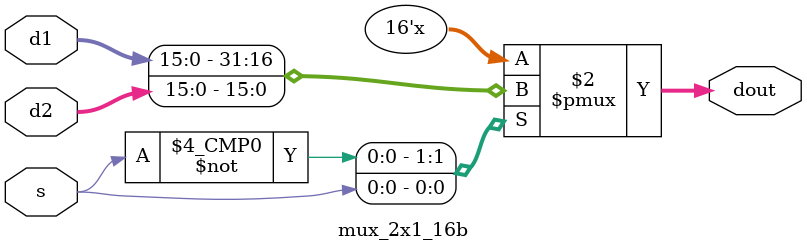
<source format=v>
module mux_2x1_16b(dout,d1,d2,s);
	output reg [15:0] dout;
	input [15:0] d1,d2;
	input s;
	always @(*)
		begin
			case (s)
				1'b0: dout<=d1;
				1'b1: dout<=d2;
				default: dout<=4'd0;
			endcase
		end
endmodule
</source>
